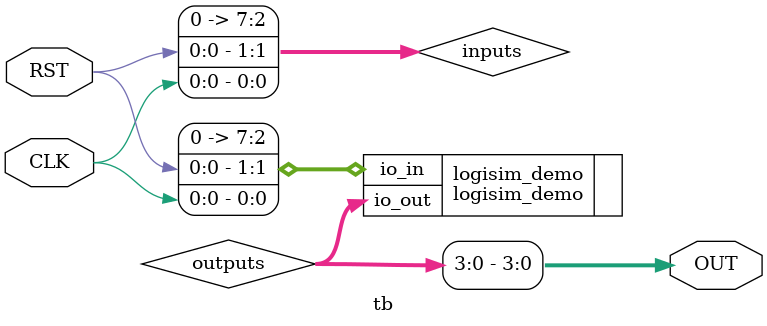
<source format=v>
`default_nettype none
`timescale 1ns/1ps

module tb (
	input CLK,
	input RST,
	output [3:0] OUT
	);

	initial begin
		$dumpfile ("tb.vcd");
		$dumpvars (0, tb);
		#1;
	end

	wire [7:0] inputs = {6'b0, RST, CLK};
	wire [7:0] outputs;
	assign OUT = outputs[3:0];

	logisim_demo logisim_demo (
		`ifdef GL_TEST
			.vccd1( 1'b1),
			.vssd1( 1'b0),
		`endif
		.io_in (inputs),
		.io_out (outputs)
	);

endmodule

</source>
